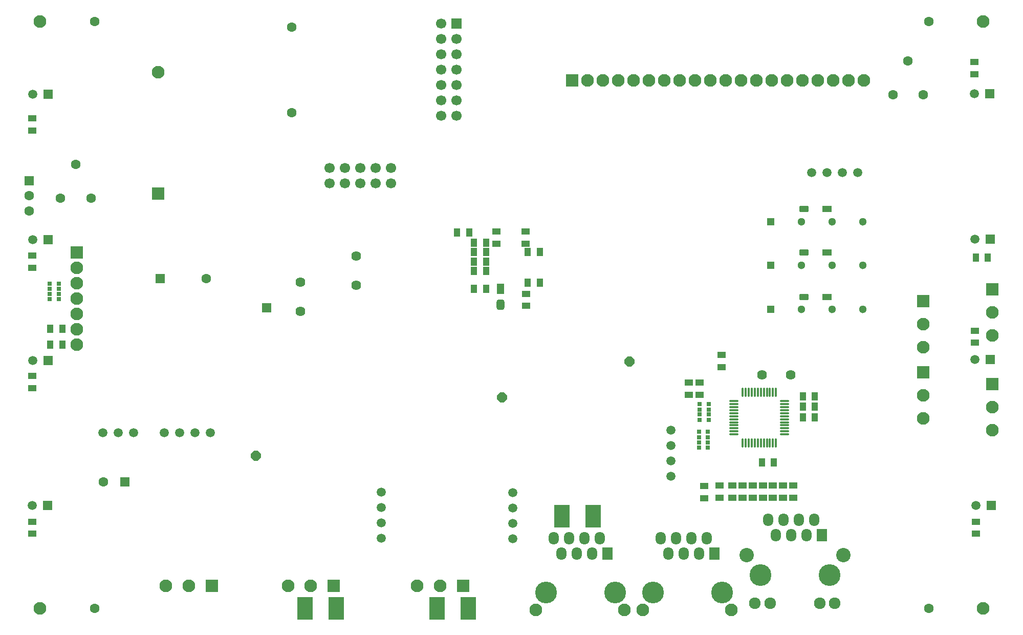
<source format=gts>
G04*
G04 #@! TF.GenerationSoftware,Altium Limited,Altium Designer,19.1.5 (86)*
G04*
G04 Layer_Color=8388736*
%FSLAX44Y44*%
%MOMM*%
G71*
G01*
G75*
%ADD31R,1.1000X1.4000*%
G04:AMPARAMS|DCode=32|XSize=1.7mm|YSize=1.3mm|CornerRadius=0.35mm|HoleSize=0mm|Usage=FLASHONLY|Rotation=90.000|XOffset=0mm|YOffset=0mm|HoleType=Round|Shape=RoundedRectangle|*
%AMROUNDEDRECTD32*
21,1,1.7000,0.6000,0,0,90.0*
21,1,1.0000,1.3000,0,0,90.0*
1,1,0.7000,0.3000,0.5000*
1,1,0.7000,0.3000,-0.5000*
1,1,0.7000,-0.3000,-0.5000*
1,1,0.7000,-0.3000,0.5000*
%
%ADD32ROUNDEDRECTD32*%
%ADD33R,1.3000X1.7000*%
%ADD34R,1.4000X1.1000*%
%ADD35R,0.7000X0.7500*%
%ADD36R,0.7000X0.6500*%
%ADD37R,2.5500X3.8000*%
%ADD38R,1.6000X1.1000*%
G04:AMPARAMS|DCode=39|XSize=1.1mm|YSize=1.6mm|CornerRadius=0.3mm|HoleSize=0mm|Usage=FLASHONLY|Rotation=270.000|XOffset=0mm|YOffset=0mm|HoleType=Round|Shape=RoundedRectangle|*
%AMROUNDEDRECTD39*
21,1,1.1000,1.0000,0,0,270.0*
21,1,0.5000,1.6000,0,0,270.0*
1,1,0.6000,-0.5000,-0.2500*
1,1,0.6000,-0.5000,0.2500*
1,1,0.6000,0.5000,0.2500*
1,1,0.6000,0.5000,-0.2500*
%
%ADD39ROUNDEDRECTD39*%
%ADD40O,0.4000X1.5000*%
%ADD41O,1.5000X0.4000*%
%ADD42R,1.6000X1.6000*%
%ADD43C,1.6000*%
%ADD44P,1.7578X8X22.5*%
%ADD45C,1.5000*%
%ADD46R,1.5000X1.5000*%
%ADD47C,2.1000*%
%ADD48R,2.1000X2.1000*%
%ADD49R,2.1000X2.1000*%
%ADD50R,1.6240X1.6240*%
%ADD51R,1.6000X1.6000*%
%ADD52C,1.7000*%
%ADD53R,1.7000X1.7000*%
%ADD54O,1.6748X2.1320*%
%ADD55R,1.6748X2.1320*%
%ADD56C,3.6000*%
%ADD57C,1.6240*%
%ADD58C,1.3000*%
%ADD59R,1.3000X1.3000*%
%ADD60C,2.3860*%
%ADD61C,1.9288*%
D31*
X2087000Y2048000D02*
D03*
X2067000D02*
D03*
X1978000Y2038000D02*
D03*
X1998000D02*
D03*
X1998000Y2068000D02*
D03*
X1978000D02*
D03*
X2067000Y2099000D02*
D03*
X2087000D02*
D03*
X1998000Y2083000D02*
D03*
X1978000D02*
D03*
X1950000Y2131000D02*
D03*
X1970000D02*
D03*
X1978000Y2099000D02*
D03*
X1998000D02*
D03*
Y2114000D02*
D03*
X1978000D02*
D03*
X2828000Y2090000D02*
D03*
X2808000D02*
D03*
X1297000Y1946000D02*
D03*
X1277000D02*
D03*
X1297000Y1972000D02*
D03*
X1277000D02*
D03*
X2522000Y1843000D02*
D03*
X2542000D02*
D03*
Y1860000D02*
D03*
X2522000D02*
D03*
Y1826000D02*
D03*
X2542000D02*
D03*
X2454000Y1751000D02*
D03*
X2474000D02*
D03*
D32*
X2022000Y2012000D02*
D03*
D33*
Y2038000D02*
D03*
D34*
X2064000Y2030000D02*
D03*
Y2010000D02*
D03*
X2063000Y2133000D02*
D03*
Y2113000D02*
D03*
X2015000D02*
D03*
Y2133000D02*
D03*
X2808000Y1633000D02*
D03*
Y1653000D02*
D03*
X2807000Y1969000D02*
D03*
Y1949000D02*
D03*
X2806000Y2413000D02*
D03*
Y2393000D02*
D03*
X1247000Y1633000D02*
D03*
Y1653000D02*
D03*
Y1874000D02*
D03*
Y1894000D02*
D03*
Y2073000D02*
D03*
Y2093000D02*
D03*
Y2300000D02*
D03*
Y2320000D02*
D03*
X2333000Y1883000D02*
D03*
Y1863000D02*
D03*
X2384500Y1693000D02*
D03*
Y1713000D02*
D03*
X2359062Y1691751D02*
D03*
Y1711751D02*
D03*
X2506000Y1713000D02*
D03*
Y1693000D02*
D03*
X2489000D02*
D03*
Y1713000D02*
D03*
X2456000Y1693000D02*
D03*
Y1713000D02*
D03*
X2387600Y1908810D02*
D03*
Y1928810D02*
D03*
X2351000Y1883000D02*
D03*
Y1863000D02*
D03*
X2472000Y1693000D02*
D03*
Y1713000D02*
D03*
X2422000D02*
D03*
Y1693000D02*
D03*
X2405000Y1713000D02*
D03*
Y1693000D02*
D03*
X2439000D02*
D03*
Y1713000D02*
D03*
D35*
X1290750Y2021000D02*
D03*
X1276000Y2047000D02*
D03*
Y2021000D02*
D03*
X1290750Y2047000D02*
D03*
X2351250Y1847500D02*
D03*
X2366000Y1821500D02*
D03*
Y1847500D02*
D03*
X2351250Y1821500D02*
D03*
X2350250Y1801500D02*
D03*
X2365000Y1775500D02*
D03*
Y1801500D02*
D03*
X2350250Y1775500D02*
D03*
D36*
X1290750Y2030000D02*
D03*
X1276000Y2038000D02*
D03*
Y2030000D02*
D03*
X1290750Y2038000D02*
D03*
X2351250Y1838500D02*
D03*
X2366000Y1830500D02*
D03*
Y1838500D02*
D03*
X2351250Y1830500D02*
D03*
X2350250Y1792500D02*
D03*
X2365000Y1784500D02*
D03*
Y1792500D02*
D03*
X2350250Y1784500D02*
D03*
D37*
X2123500Y1662000D02*
D03*
X2175000D02*
D03*
X1698500Y1509780D02*
D03*
X1750000D02*
D03*
X1916500D02*
D03*
X1968000D02*
D03*
D38*
X2562000Y2098000D02*
D03*
Y2170000D02*
D03*
X2562000Y2025000D02*
D03*
D39*
X2523510Y2098000D02*
D03*
Y2170000D02*
D03*
X2523510Y2025000D02*
D03*
D40*
X2422500Y1783000D02*
D03*
X2427500D02*
D03*
X2432500D02*
D03*
X2437500D02*
D03*
X2442500D02*
D03*
X2447500D02*
D03*
X2452500D02*
D03*
X2457500D02*
D03*
X2462500D02*
D03*
X2467500D02*
D03*
X2472500D02*
D03*
X2477500D02*
D03*
Y1867000D02*
D03*
X2472500D02*
D03*
X2467500D02*
D03*
X2462500D02*
D03*
X2457500D02*
D03*
X2452500D02*
D03*
X2447500D02*
D03*
X2442500D02*
D03*
X2437500D02*
D03*
X2432500D02*
D03*
X2427500D02*
D03*
X2422500D02*
D03*
D41*
X2492000Y1797500D02*
D03*
Y1802500D02*
D03*
Y1807500D02*
D03*
Y1812500D02*
D03*
Y1817500D02*
D03*
Y1822500D02*
D03*
Y1827500D02*
D03*
Y1832500D02*
D03*
Y1837500D02*
D03*
Y1842500D02*
D03*
Y1847500D02*
D03*
Y1852500D02*
D03*
X2408000D02*
D03*
Y1847500D02*
D03*
Y1842500D02*
D03*
Y1837500D02*
D03*
Y1832500D02*
D03*
Y1827500D02*
D03*
Y1822500D02*
D03*
Y1817500D02*
D03*
Y1812500D02*
D03*
Y1807500D02*
D03*
Y1802500D02*
D03*
Y1797500D02*
D03*
D42*
X1242000Y2217000D02*
D03*
X1400000Y1719000D02*
D03*
D43*
X1242000Y2192000D02*
D03*
Y2167000D02*
D03*
X1294000Y2188000D02*
D03*
X1319000Y2243750D02*
D03*
X1344000Y2188000D02*
D03*
X2671000Y2359000D02*
D03*
X2696000Y2414750D02*
D03*
X2721000Y2359000D02*
D03*
X1534730Y2055080D02*
D03*
X1676000Y2329000D02*
D03*
Y2471000D02*
D03*
X1365000Y1719000D02*
D03*
X2730000Y2480000D02*
D03*
X1350000D02*
D03*
Y1510000D02*
D03*
X2730000D02*
D03*
D44*
X2024000Y1859000D02*
D03*
X2235000Y1918000D02*
D03*
X1617000Y1762000D02*
D03*
D45*
X2808000Y1680000D02*
D03*
X2806600Y1921000D02*
D03*
X1247000Y1680000D02*
D03*
X1247600Y2119000D02*
D03*
Y2360000D02*
D03*
Y1920000D02*
D03*
X2807000Y2120000D02*
D03*
X2806000Y2361000D02*
D03*
X1542000Y1800000D02*
D03*
X1516600D02*
D03*
X1415000D02*
D03*
X1491200D02*
D03*
X1465800D02*
D03*
X1364200D02*
D03*
X1389600D02*
D03*
X2561650Y2230400D02*
D03*
X2536250D02*
D03*
X2587050D02*
D03*
X2612450D02*
D03*
X2304000Y1779400D02*
D03*
Y1804800D02*
D03*
Y1754000D02*
D03*
Y1728600D02*
D03*
X2042000Y1675800D02*
D03*
Y1701200D02*
D03*
Y1650400D02*
D03*
Y1625000D02*
D03*
X1824400Y1676350D02*
D03*
Y1701750D02*
D03*
Y1650950D02*
D03*
Y1625550D02*
D03*
D46*
X2833400Y1680000D02*
D03*
X2832000Y1921000D02*
D03*
X1272400Y1680000D02*
D03*
X1273000Y2119000D02*
D03*
Y2360000D02*
D03*
Y1920000D02*
D03*
X2832400Y2120000D02*
D03*
X2831400Y2361000D02*
D03*
D47*
X1321000Y1946200D02*
D03*
Y1971600D02*
D03*
Y1997000D02*
D03*
Y2022400D02*
D03*
Y2047800D02*
D03*
Y2073200D02*
D03*
X2368550Y2382520D02*
D03*
X2622550D02*
D03*
X2597150D02*
D03*
X2571750D02*
D03*
X2546350D02*
D03*
X2520950D02*
D03*
X2495550D02*
D03*
X2470150D02*
D03*
X2444750D02*
D03*
X2419350D02*
D03*
X2393950D02*
D03*
X2266950D02*
D03*
X2241550D02*
D03*
X2216150D02*
D03*
X2190750D02*
D03*
X2165350D02*
D03*
X2292350D02*
D03*
X2317750D02*
D03*
X2343150D02*
D03*
X2721000Y1862000D02*
D03*
Y1824000D02*
D03*
X2835250Y1842750D02*
D03*
Y1804750D02*
D03*
X2257000Y1507000D02*
D03*
X2404000D02*
D03*
X1506000Y1547000D02*
D03*
X1468000D02*
D03*
X1455000Y2396000D02*
D03*
X2721000Y1980000D02*
D03*
Y1942000D02*
D03*
X2835250Y1999250D02*
D03*
Y1961250D02*
D03*
X2080000Y1507000D02*
D03*
X2227000D02*
D03*
X1922000Y1547000D02*
D03*
X1884000D02*
D03*
X1708000D02*
D03*
X1670000D02*
D03*
X2820000Y2480000D02*
D03*
X1260000D02*
D03*
Y1510000D02*
D03*
X2820000D02*
D03*
D48*
X1321000Y2098600D02*
D03*
X2721000Y1900000D02*
D03*
X2835250Y1880750D02*
D03*
X1455000Y2196000D02*
D03*
X2721000Y2018000D02*
D03*
X2835250Y2037250D02*
D03*
D49*
X2139950Y2382520D02*
D03*
X1544000Y1547000D02*
D03*
X1960000D02*
D03*
X1746000D02*
D03*
D50*
X1635000Y2007000D02*
D03*
D51*
X1458730Y2055080D02*
D03*
D52*
X1923600Y2324000D02*
D03*
Y2349400D02*
D03*
X1949000Y2324000D02*
D03*
Y2349400D02*
D03*
X1923600Y2425600D02*
D03*
X1949000D02*
D03*
X1923600Y2451000D02*
D03*
X1949000D02*
D03*
X1923600Y2476400D02*
D03*
X1949000Y2400200D02*
D03*
X1923600D02*
D03*
X1949000Y2374800D02*
D03*
X1923600D02*
D03*
X1789400Y2212600D02*
D03*
Y2238000D02*
D03*
X1764000Y2212600D02*
D03*
Y2238000D02*
D03*
X1738600Y2212600D02*
D03*
Y2238000D02*
D03*
X1814800D02*
D03*
Y2212600D02*
D03*
X1840200Y2238000D02*
D03*
Y2212600D02*
D03*
D53*
X1949000Y2476400D02*
D03*
D54*
X2363300Y1625400D02*
D03*
X2287100D02*
D03*
X2299800Y1600000D02*
D03*
X2312500Y1625400D02*
D03*
X2350600Y1600000D02*
D03*
X2325200D02*
D03*
X2337900Y1625400D02*
D03*
X2186300D02*
D03*
X2110100D02*
D03*
X2122800Y1600000D02*
D03*
X2135500Y1625400D02*
D03*
X2173600Y1600000D02*
D03*
X2148200D02*
D03*
X2160900Y1625400D02*
D03*
X2515135Y1656541D02*
D03*
X2502435Y1631141D02*
D03*
X2527835D02*
D03*
X2489735Y1656541D02*
D03*
X2477035Y1631141D02*
D03*
X2464335Y1656541D02*
D03*
X2540535D02*
D03*
D55*
X2376000Y1600000D02*
D03*
X2199000D02*
D03*
X2553235Y1631141D02*
D03*
D56*
X2274000Y1536000D02*
D03*
X2388000D02*
D03*
X2097000D02*
D03*
X2211000D02*
D03*
X2451635Y1565101D02*
D03*
X2565934D02*
D03*
D57*
X1691000Y2001000D02*
D03*
Y2049000D02*
D03*
X1783000Y2044000D02*
D03*
Y2092000D02*
D03*
X2454000Y1896000D02*
D03*
X2502000D02*
D03*
D58*
X2621310Y2004000D02*
D03*
X2570510D02*
D03*
X2519710D02*
D03*
X2621310Y2077000D02*
D03*
X2570510D02*
D03*
X2519710D02*
D03*
X2621310Y2149000D02*
D03*
X2570510D02*
D03*
X2519710D02*
D03*
D59*
X2468910Y2004000D02*
D03*
X2468910Y2077000D02*
D03*
Y2149000D02*
D03*
D60*
X2588735Y1598141D02*
D03*
X2428734D02*
D03*
D61*
X2574985Y1518642D02*
D03*
X2442491D02*
D03*
X2467925D02*
D03*
X2549679D02*
D03*
M02*

</source>
